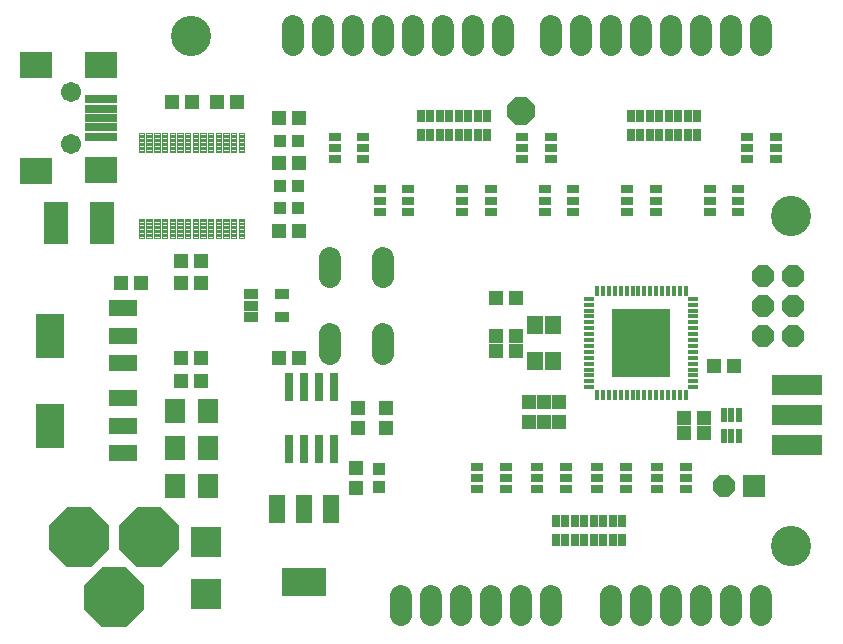
<source format=gts>
G75*
G70*
%OFA0B0*%
%FSLAX24Y24*%
%IPPOS*%
%LPD*%
%AMOC8*
5,1,8,0,0,1.08239X$1,22.5*
%
%ADD10C,0.1340*%
%ADD11OC8,0.0720*%
%ADD12R,0.0513X0.0474*%
%ADD13C,0.0720*%
%ADD14R,0.0710X0.0789*%
%ADD15R,0.0474X0.0513*%
%ADD16R,0.0395X0.0395*%
%ADD17R,0.1025X0.1025*%
%ADD18OC8,0.1980*%
%ADD19C,0.0046*%
%ADD20R,0.0828X0.1419*%
%ADD21R,0.0960X0.0560*%
%ADD22R,0.0946X0.1497*%
%ADD23R,0.0316X0.0946*%
%ADD24R,0.0960X0.0560*%
%ADD25R,0.0560X0.0960*%
%ADD26R,0.1497X0.0946*%
%ADD27R,0.0178X0.0356*%
%ADD28R,0.0356X0.0178*%
%ADD29R,0.1950X0.2304*%
%ADD30R,0.0218X0.0474*%
%ADD31R,0.1680X0.0680*%
%ADD32R,0.0277X0.0434*%
%ADD33R,0.0720X0.0720*%
%ADD34R,0.0533X0.0631*%
%ADD35R,0.1064X0.0867*%
%ADD36R,0.1064X0.0277*%
%ADD37C,0.0674*%
%ADD38R,0.0395X0.0297*%
%ADD39R,0.0470X0.0352*%
%ADD40OC8,0.0930*%
D10*
X006847Y021371D03*
X026847Y015371D03*
X026847Y004371D03*
D11*
X024597Y006371D03*
X025902Y011351D03*
X026902Y011351D03*
X026902Y012351D03*
X025902Y012351D03*
X025902Y013351D03*
X026902Y013351D03*
D12*
X024931Y010371D03*
X024262Y010371D03*
X023931Y008621D03*
X023931Y008121D03*
X023262Y008121D03*
X023262Y008621D03*
X017681Y010871D03*
X017681Y011371D03*
X017012Y011371D03*
X017012Y010871D03*
X017012Y012621D03*
X017681Y012621D03*
X013347Y008955D03*
X013347Y008286D03*
X012347Y006955D03*
X012347Y006286D03*
X010431Y010621D03*
X009762Y010621D03*
X007181Y013121D03*
X006512Y013121D03*
X005181Y013121D03*
X004512Y013121D03*
X006212Y019171D03*
X006881Y019171D03*
X007712Y019171D03*
X008381Y019171D03*
D13*
X010247Y021051D02*
X010247Y021691D01*
X011247Y021691D02*
X011247Y021051D01*
X012247Y021051D02*
X012247Y021691D01*
X013247Y021691D02*
X013247Y021051D01*
X014247Y021051D02*
X014247Y021691D01*
X015247Y021691D02*
X015247Y021051D01*
X016247Y021051D02*
X016247Y021691D01*
X017247Y021691D02*
X017247Y021051D01*
X018847Y021051D02*
X018847Y021691D01*
X019847Y021691D02*
X019847Y021051D01*
X020847Y021051D02*
X020847Y021691D01*
X021847Y021691D02*
X021847Y021051D01*
X022847Y021051D02*
X022847Y021691D01*
X023847Y021691D02*
X023847Y021051D01*
X024847Y021051D02*
X024847Y021691D01*
X025847Y021691D02*
X025847Y021051D01*
X013237Y013971D02*
X013237Y013331D01*
X011457Y013331D02*
X011457Y013971D01*
X011457Y011411D02*
X011457Y010771D01*
X013237Y010771D02*
X013237Y011411D01*
X013847Y002691D02*
X013847Y002051D01*
X014847Y002051D02*
X014847Y002691D01*
X015847Y002691D02*
X015847Y002051D01*
X016847Y002051D02*
X016847Y002691D01*
X017847Y002691D02*
X017847Y002051D01*
X018847Y002051D02*
X018847Y002691D01*
X020847Y002691D02*
X020847Y002051D01*
X021847Y002051D02*
X021847Y002691D01*
X022847Y002691D02*
X022847Y002051D01*
X023847Y002051D02*
X023847Y002691D01*
X024847Y002691D02*
X024847Y002051D01*
X025847Y002051D02*
X025847Y002691D01*
D14*
X007398Y006371D03*
X006295Y006371D03*
X006295Y007621D03*
X007398Y007621D03*
X007398Y008871D03*
X006295Y008871D03*
D15*
X006512Y009871D03*
X007181Y009871D03*
X007181Y010621D03*
X006512Y010621D03*
X006512Y013871D03*
X007181Y013871D03*
X009762Y014871D03*
X010431Y014871D03*
X010431Y017121D03*
X009762Y017121D03*
X009762Y018621D03*
X010431Y018621D03*
X018097Y009155D03*
X018597Y009155D03*
X019097Y009155D03*
X019097Y008486D03*
X018597Y008486D03*
X018097Y008486D03*
X012397Y008286D03*
X012397Y008955D03*
D16*
X013097Y006916D03*
X013097Y006325D03*
X010392Y015621D03*
X009801Y015621D03*
X009801Y016371D03*
X010392Y016371D03*
X010392Y017871D03*
X009801Y017871D03*
D17*
X007347Y004487D03*
X007347Y002755D03*
D18*
X004267Y002671D03*
X005447Y004641D03*
X003087Y004641D03*
D19*
X005091Y014632D02*
X005275Y014632D01*
X005091Y014632D02*
X005091Y015256D01*
X005275Y015256D01*
X005275Y014632D01*
X005275Y014677D02*
X005091Y014677D01*
X005091Y014722D02*
X005275Y014722D01*
X005275Y014767D02*
X005091Y014767D01*
X005091Y014812D02*
X005275Y014812D01*
X005275Y014857D02*
X005091Y014857D01*
X005091Y014902D02*
X005275Y014902D01*
X005275Y014947D02*
X005091Y014947D01*
X005091Y014992D02*
X005275Y014992D01*
X005275Y015037D02*
X005091Y015037D01*
X005091Y015082D02*
X005275Y015082D01*
X005275Y015127D02*
X005091Y015127D01*
X005091Y015172D02*
X005275Y015172D01*
X005275Y015217D02*
X005091Y015217D01*
X005347Y014632D02*
X005531Y014632D01*
X005347Y014632D02*
X005347Y015256D01*
X005531Y015256D01*
X005531Y014632D01*
X005531Y014677D02*
X005347Y014677D01*
X005347Y014722D02*
X005531Y014722D01*
X005531Y014767D02*
X005347Y014767D01*
X005347Y014812D02*
X005531Y014812D01*
X005531Y014857D02*
X005347Y014857D01*
X005347Y014902D02*
X005531Y014902D01*
X005531Y014947D02*
X005347Y014947D01*
X005347Y014992D02*
X005531Y014992D01*
X005531Y015037D02*
X005347Y015037D01*
X005347Y015082D02*
X005531Y015082D01*
X005531Y015127D02*
X005347Y015127D01*
X005347Y015172D02*
X005531Y015172D01*
X005531Y015217D02*
X005347Y015217D01*
X005603Y014632D02*
X005787Y014632D01*
X005603Y014632D02*
X005603Y015256D01*
X005787Y015256D01*
X005787Y014632D01*
X005787Y014677D02*
X005603Y014677D01*
X005603Y014722D02*
X005787Y014722D01*
X005787Y014767D02*
X005603Y014767D01*
X005603Y014812D02*
X005787Y014812D01*
X005787Y014857D02*
X005603Y014857D01*
X005603Y014902D02*
X005787Y014902D01*
X005787Y014947D02*
X005603Y014947D01*
X005603Y014992D02*
X005787Y014992D01*
X005787Y015037D02*
X005603Y015037D01*
X005603Y015082D02*
X005787Y015082D01*
X005787Y015127D02*
X005603Y015127D01*
X005603Y015172D02*
X005787Y015172D01*
X005787Y015217D02*
X005603Y015217D01*
X005859Y014632D02*
X006043Y014632D01*
X005859Y014632D02*
X005859Y015256D01*
X006043Y015256D01*
X006043Y014632D01*
X006043Y014677D02*
X005859Y014677D01*
X005859Y014722D02*
X006043Y014722D01*
X006043Y014767D02*
X005859Y014767D01*
X005859Y014812D02*
X006043Y014812D01*
X006043Y014857D02*
X005859Y014857D01*
X005859Y014902D02*
X006043Y014902D01*
X006043Y014947D02*
X005859Y014947D01*
X005859Y014992D02*
X006043Y014992D01*
X006043Y015037D02*
X005859Y015037D01*
X005859Y015082D02*
X006043Y015082D01*
X006043Y015127D02*
X005859Y015127D01*
X005859Y015172D02*
X006043Y015172D01*
X006043Y015217D02*
X005859Y015217D01*
X006115Y014632D02*
X006299Y014632D01*
X006115Y014632D02*
X006115Y015256D01*
X006299Y015256D01*
X006299Y014632D01*
X006299Y014677D02*
X006115Y014677D01*
X006115Y014722D02*
X006299Y014722D01*
X006299Y014767D02*
X006115Y014767D01*
X006115Y014812D02*
X006299Y014812D01*
X006299Y014857D02*
X006115Y014857D01*
X006115Y014902D02*
X006299Y014902D01*
X006299Y014947D02*
X006115Y014947D01*
X006115Y014992D02*
X006299Y014992D01*
X006299Y015037D02*
X006115Y015037D01*
X006115Y015082D02*
X006299Y015082D01*
X006299Y015127D02*
X006115Y015127D01*
X006115Y015172D02*
X006299Y015172D01*
X006299Y015217D02*
X006115Y015217D01*
X006371Y014632D02*
X006555Y014632D01*
X006371Y014632D02*
X006371Y015256D01*
X006555Y015256D01*
X006555Y014632D01*
X006555Y014677D02*
X006371Y014677D01*
X006371Y014722D02*
X006555Y014722D01*
X006555Y014767D02*
X006371Y014767D01*
X006371Y014812D02*
X006555Y014812D01*
X006555Y014857D02*
X006371Y014857D01*
X006371Y014902D02*
X006555Y014902D01*
X006555Y014947D02*
X006371Y014947D01*
X006371Y014992D02*
X006555Y014992D01*
X006555Y015037D02*
X006371Y015037D01*
X006371Y015082D02*
X006555Y015082D01*
X006555Y015127D02*
X006371Y015127D01*
X006371Y015172D02*
X006555Y015172D01*
X006555Y015217D02*
X006371Y015217D01*
X006627Y014632D02*
X006811Y014632D01*
X006627Y014632D02*
X006627Y015256D01*
X006811Y015256D01*
X006811Y014632D01*
X006811Y014677D02*
X006627Y014677D01*
X006627Y014722D02*
X006811Y014722D01*
X006811Y014767D02*
X006627Y014767D01*
X006627Y014812D02*
X006811Y014812D01*
X006811Y014857D02*
X006627Y014857D01*
X006627Y014902D02*
X006811Y014902D01*
X006811Y014947D02*
X006627Y014947D01*
X006627Y014992D02*
X006811Y014992D01*
X006811Y015037D02*
X006627Y015037D01*
X006627Y015082D02*
X006811Y015082D01*
X006811Y015127D02*
X006627Y015127D01*
X006627Y015172D02*
X006811Y015172D01*
X006811Y015217D02*
X006627Y015217D01*
X006883Y014632D02*
X007067Y014632D01*
X006883Y014632D02*
X006883Y015256D01*
X007067Y015256D01*
X007067Y014632D01*
X007067Y014677D02*
X006883Y014677D01*
X006883Y014722D02*
X007067Y014722D01*
X007067Y014767D02*
X006883Y014767D01*
X006883Y014812D02*
X007067Y014812D01*
X007067Y014857D02*
X006883Y014857D01*
X006883Y014902D02*
X007067Y014902D01*
X007067Y014947D02*
X006883Y014947D01*
X006883Y014992D02*
X007067Y014992D01*
X007067Y015037D02*
X006883Y015037D01*
X006883Y015082D02*
X007067Y015082D01*
X007067Y015127D02*
X006883Y015127D01*
X006883Y015172D02*
X007067Y015172D01*
X007067Y015217D02*
X006883Y015217D01*
X007138Y014632D02*
X007322Y014632D01*
X007138Y014632D02*
X007138Y015256D01*
X007322Y015256D01*
X007322Y014632D01*
X007322Y014677D02*
X007138Y014677D01*
X007138Y014722D02*
X007322Y014722D01*
X007322Y014767D02*
X007138Y014767D01*
X007138Y014812D02*
X007322Y014812D01*
X007322Y014857D02*
X007138Y014857D01*
X007138Y014902D02*
X007322Y014902D01*
X007322Y014947D02*
X007138Y014947D01*
X007138Y014992D02*
X007322Y014992D01*
X007322Y015037D02*
X007138Y015037D01*
X007138Y015082D02*
X007322Y015082D01*
X007322Y015127D02*
X007138Y015127D01*
X007138Y015172D02*
X007322Y015172D01*
X007322Y015217D02*
X007138Y015217D01*
X007394Y014632D02*
X007578Y014632D01*
X007394Y014632D02*
X007394Y015256D01*
X007578Y015256D01*
X007578Y014632D01*
X007578Y014677D02*
X007394Y014677D01*
X007394Y014722D02*
X007578Y014722D01*
X007578Y014767D02*
X007394Y014767D01*
X007394Y014812D02*
X007578Y014812D01*
X007578Y014857D02*
X007394Y014857D01*
X007394Y014902D02*
X007578Y014902D01*
X007578Y014947D02*
X007394Y014947D01*
X007394Y014992D02*
X007578Y014992D01*
X007578Y015037D02*
X007394Y015037D01*
X007394Y015082D02*
X007578Y015082D01*
X007578Y015127D02*
X007394Y015127D01*
X007394Y015172D02*
X007578Y015172D01*
X007578Y015217D02*
X007394Y015217D01*
X007650Y014632D02*
X007834Y014632D01*
X007650Y014632D02*
X007650Y015256D01*
X007834Y015256D01*
X007834Y014632D01*
X007834Y014677D02*
X007650Y014677D01*
X007650Y014722D02*
X007834Y014722D01*
X007834Y014767D02*
X007650Y014767D01*
X007650Y014812D02*
X007834Y014812D01*
X007834Y014857D02*
X007650Y014857D01*
X007650Y014902D02*
X007834Y014902D01*
X007834Y014947D02*
X007650Y014947D01*
X007650Y014992D02*
X007834Y014992D01*
X007834Y015037D02*
X007650Y015037D01*
X007650Y015082D02*
X007834Y015082D01*
X007834Y015127D02*
X007650Y015127D01*
X007650Y015172D02*
X007834Y015172D01*
X007834Y015217D02*
X007650Y015217D01*
X007906Y014632D02*
X008090Y014632D01*
X007906Y014632D02*
X007906Y015256D01*
X008090Y015256D01*
X008090Y014632D01*
X008090Y014677D02*
X007906Y014677D01*
X007906Y014722D02*
X008090Y014722D01*
X008090Y014767D02*
X007906Y014767D01*
X007906Y014812D02*
X008090Y014812D01*
X008090Y014857D02*
X007906Y014857D01*
X007906Y014902D02*
X008090Y014902D01*
X008090Y014947D02*
X007906Y014947D01*
X007906Y014992D02*
X008090Y014992D01*
X008090Y015037D02*
X007906Y015037D01*
X007906Y015082D02*
X008090Y015082D01*
X008090Y015127D02*
X007906Y015127D01*
X007906Y015172D02*
X008090Y015172D01*
X008090Y015217D02*
X007906Y015217D01*
X008162Y014632D02*
X008346Y014632D01*
X008162Y014632D02*
X008162Y015256D01*
X008346Y015256D01*
X008346Y014632D01*
X008346Y014677D02*
X008162Y014677D01*
X008162Y014722D02*
X008346Y014722D01*
X008346Y014767D02*
X008162Y014767D01*
X008162Y014812D02*
X008346Y014812D01*
X008346Y014857D02*
X008162Y014857D01*
X008162Y014902D02*
X008346Y014902D01*
X008346Y014947D02*
X008162Y014947D01*
X008162Y014992D02*
X008346Y014992D01*
X008346Y015037D02*
X008162Y015037D01*
X008162Y015082D02*
X008346Y015082D01*
X008346Y015127D02*
X008162Y015127D01*
X008162Y015172D02*
X008346Y015172D01*
X008346Y015217D02*
X008162Y015217D01*
X008418Y014632D02*
X008602Y014632D01*
X008418Y014632D02*
X008418Y015256D01*
X008602Y015256D01*
X008602Y014632D01*
X008602Y014677D02*
X008418Y014677D01*
X008418Y014722D02*
X008602Y014722D01*
X008602Y014767D02*
X008418Y014767D01*
X008418Y014812D02*
X008602Y014812D01*
X008602Y014857D02*
X008418Y014857D01*
X008418Y014902D02*
X008602Y014902D01*
X008602Y014947D02*
X008418Y014947D01*
X008418Y014992D02*
X008602Y014992D01*
X008602Y015037D02*
X008418Y015037D01*
X008418Y015082D02*
X008602Y015082D01*
X008602Y015127D02*
X008418Y015127D01*
X008418Y015172D02*
X008602Y015172D01*
X008602Y015217D02*
X008418Y015217D01*
X008418Y017486D02*
X008602Y017486D01*
X008418Y017486D02*
X008418Y018110D01*
X008602Y018110D01*
X008602Y017486D01*
X008602Y017531D02*
X008418Y017531D01*
X008418Y017576D02*
X008602Y017576D01*
X008602Y017621D02*
X008418Y017621D01*
X008418Y017666D02*
X008602Y017666D01*
X008602Y017711D02*
X008418Y017711D01*
X008418Y017756D02*
X008602Y017756D01*
X008602Y017801D02*
X008418Y017801D01*
X008418Y017846D02*
X008602Y017846D01*
X008602Y017891D02*
X008418Y017891D01*
X008418Y017936D02*
X008602Y017936D01*
X008602Y017981D02*
X008418Y017981D01*
X008418Y018026D02*
X008602Y018026D01*
X008602Y018071D02*
X008418Y018071D01*
X008346Y017486D02*
X008162Y017486D01*
X008162Y018110D01*
X008346Y018110D01*
X008346Y017486D01*
X008346Y017531D02*
X008162Y017531D01*
X008162Y017576D02*
X008346Y017576D01*
X008346Y017621D02*
X008162Y017621D01*
X008162Y017666D02*
X008346Y017666D01*
X008346Y017711D02*
X008162Y017711D01*
X008162Y017756D02*
X008346Y017756D01*
X008346Y017801D02*
X008162Y017801D01*
X008162Y017846D02*
X008346Y017846D01*
X008346Y017891D02*
X008162Y017891D01*
X008162Y017936D02*
X008346Y017936D01*
X008346Y017981D02*
X008162Y017981D01*
X008162Y018026D02*
X008346Y018026D01*
X008346Y018071D02*
X008162Y018071D01*
X008090Y017486D02*
X007906Y017486D01*
X007906Y018110D01*
X008090Y018110D01*
X008090Y017486D01*
X008090Y017531D02*
X007906Y017531D01*
X007906Y017576D02*
X008090Y017576D01*
X008090Y017621D02*
X007906Y017621D01*
X007906Y017666D02*
X008090Y017666D01*
X008090Y017711D02*
X007906Y017711D01*
X007906Y017756D02*
X008090Y017756D01*
X008090Y017801D02*
X007906Y017801D01*
X007906Y017846D02*
X008090Y017846D01*
X008090Y017891D02*
X007906Y017891D01*
X007906Y017936D02*
X008090Y017936D01*
X008090Y017981D02*
X007906Y017981D01*
X007906Y018026D02*
X008090Y018026D01*
X008090Y018071D02*
X007906Y018071D01*
X007834Y017486D02*
X007650Y017486D01*
X007650Y018110D01*
X007834Y018110D01*
X007834Y017486D01*
X007834Y017531D02*
X007650Y017531D01*
X007650Y017576D02*
X007834Y017576D01*
X007834Y017621D02*
X007650Y017621D01*
X007650Y017666D02*
X007834Y017666D01*
X007834Y017711D02*
X007650Y017711D01*
X007650Y017756D02*
X007834Y017756D01*
X007834Y017801D02*
X007650Y017801D01*
X007650Y017846D02*
X007834Y017846D01*
X007834Y017891D02*
X007650Y017891D01*
X007650Y017936D02*
X007834Y017936D01*
X007834Y017981D02*
X007650Y017981D01*
X007650Y018026D02*
X007834Y018026D01*
X007834Y018071D02*
X007650Y018071D01*
X007578Y017486D02*
X007394Y017486D01*
X007394Y018110D01*
X007578Y018110D01*
X007578Y017486D01*
X007578Y017531D02*
X007394Y017531D01*
X007394Y017576D02*
X007578Y017576D01*
X007578Y017621D02*
X007394Y017621D01*
X007394Y017666D02*
X007578Y017666D01*
X007578Y017711D02*
X007394Y017711D01*
X007394Y017756D02*
X007578Y017756D01*
X007578Y017801D02*
X007394Y017801D01*
X007394Y017846D02*
X007578Y017846D01*
X007578Y017891D02*
X007394Y017891D01*
X007394Y017936D02*
X007578Y017936D01*
X007578Y017981D02*
X007394Y017981D01*
X007394Y018026D02*
X007578Y018026D01*
X007578Y018071D02*
X007394Y018071D01*
X007322Y017486D02*
X007138Y017486D01*
X007138Y018110D01*
X007322Y018110D01*
X007322Y017486D01*
X007322Y017531D02*
X007138Y017531D01*
X007138Y017576D02*
X007322Y017576D01*
X007322Y017621D02*
X007138Y017621D01*
X007138Y017666D02*
X007322Y017666D01*
X007322Y017711D02*
X007138Y017711D01*
X007138Y017756D02*
X007322Y017756D01*
X007322Y017801D02*
X007138Y017801D01*
X007138Y017846D02*
X007322Y017846D01*
X007322Y017891D02*
X007138Y017891D01*
X007138Y017936D02*
X007322Y017936D01*
X007322Y017981D02*
X007138Y017981D01*
X007138Y018026D02*
X007322Y018026D01*
X007322Y018071D02*
X007138Y018071D01*
X007067Y017486D02*
X006883Y017486D01*
X006883Y018110D01*
X007067Y018110D01*
X007067Y017486D01*
X007067Y017531D02*
X006883Y017531D01*
X006883Y017576D02*
X007067Y017576D01*
X007067Y017621D02*
X006883Y017621D01*
X006883Y017666D02*
X007067Y017666D01*
X007067Y017711D02*
X006883Y017711D01*
X006883Y017756D02*
X007067Y017756D01*
X007067Y017801D02*
X006883Y017801D01*
X006883Y017846D02*
X007067Y017846D01*
X007067Y017891D02*
X006883Y017891D01*
X006883Y017936D02*
X007067Y017936D01*
X007067Y017981D02*
X006883Y017981D01*
X006883Y018026D02*
X007067Y018026D01*
X007067Y018071D02*
X006883Y018071D01*
X006811Y017486D02*
X006627Y017486D01*
X006627Y018110D01*
X006811Y018110D01*
X006811Y017486D01*
X006811Y017531D02*
X006627Y017531D01*
X006627Y017576D02*
X006811Y017576D01*
X006811Y017621D02*
X006627Y017621D01*
X006627Y017666D02*
X006811Y017666D01*
X006811Y017711D02*
X006627Y017711D01*
X006627Y017756D02*
X006811Y017756D01*
X006811Y017801D02*
X006627Y017801D01*
X006627Y017846D02*
X006811Y017846D01*
X006811Y017891D02*
X006627Y017891D01*
X006627Y017936D02*
X006811Y017936D01*
X006811Y017981D02*
X006627Y017981D01*
X006627Y018026D02*
X006811Y018026D01*
X006811Y018071D02*
X006627Y018071D01*
X006555Y017486D02*
X006371Y017486D01*
X006371Y018110D01*
X006555Y018110D01*
X006555Y017486D01*
X006555Y017531D02*
X006371Y017531D01*
X006371Y017576D02*
X006555Y017576D01*
X006555Y017621D02*
X006371Y017621D01*
X006371Y017666D02*
X006555Y017666D01*
X006555Y017711D02*
X006371Y017711D01*
X006371Y017756D02*
X006555Y017756D01*
X006555Y017801D02*
X006371Y017801D01*
X006371Y017846D02*
X006555Y017846D01*
X006555Y017891D02*
X006371Y017891D01*
X006371Y017936D02*
X006555Y017936D01*
X006555Y017981D02*
X006371Y017981D01*
X006371Y018026D02*
X006555Y018026D01*
X006555Y018071D02*
X006371Y018071D01*
X006299Y017486D02*
X006115Y017486D01*
X006115Y018110D01*
X006299Y018110D01*
X006299Y017486D01*
X006299Y017531D02*
X006115Y017531D01*
X006115Y017576D02*
X006299Y017576D01*
X006299Y017621D02*
X006115Y017621D01*
X006115Y017666D02*
X006299Y017666D01*
X006299Y017711D02*
X006115Y017711D01*
X006115Y017756D02*
X006299Y017756D01*
X006299Y017801D02*
X006115Y017801D01*
X006115Y017846D02*
X006299Y017846D01*
X006299Y017891D02*
X006115Y017891D01*
X006115Y017936D02*
X006299Y017936D01*
X006299Y017981D02*
X006115Y017981D01*
X006115Y018026D02*
X006299Y018026D01*
X006299Y018071D02*
X006115Y018071D01*
X006043Y017486D02*
X005859Y017486D01*
X005859Y018110D01*
X006043Y018110D01*
X006043Y017486D01*
X006043Y017531D02*
X005859Y017531D01*
X005859Y017576D02*
X006043Y017576D01*
X006043Y017621D02*
X005859Y017621D01*
X005859Y017666D02*
X006043Y017666D01*
X006043Y017711D02*
X005859Y017711D01*
X005859Y017756D02*
X006043Y017756D01*
X006043Y017801D02*
X005859Y017801D01*
X005859Y017846D02*
X006043Y017846D01*
X006043Y017891D02*
X005859Y017891D01*
X005859Y017936D02*
X006043Y017936D01*
X006043Y017981D02*
X005859Y017981D01*
X005859Y018026D02*
X006043Y018026D01*
X006043Y018071D02*
X005859Y018071D01*
X005787Y017486D02*
X005603Y017486D01*
X005603Y018110D01*
X005787Y018110D01*
X005787Y017486D01*
X005787Y017531D02*
X005603Y017531D01*
X005603Y017576D02*
X005787Y017576D01*
X005787Y017621D02*
X005603Y017621D01*
X005603Y017666D02*
X005787Y017666D01*
X005787Y017711D02*
X005603Y017711D01*
X005603Y017756D02*
X005787Y017756D01*
X005787Y017801D02*
X005603Y017801D01*
X005603Y017846D02*
X005787Y017846D01*
X005787Y017891D02*
X005603Y017891D01*
X005603Y017936D02*
X005787Y017936D01*
X005787Y017981D02*
X005603Y017981D01*
X005603Y018026D02*
X005787Y018026D01*
X005787Y018071D02*
X005603Y018071D01*
X005531Y017486D02*
X005347Y017486D01*
X005347Y018110D01*
X005531Y018110D01*
X005531Y017486D01*
X005531Y017531D02*
X005347Y017531D01*
X005347Y017576D02*
X005531Y017576D01*
X005531Y017621D02*
X005347Y017621D01*
X005347Y017666D02*
X005531Y017666D01*
X005531Y017711D02*
X005347Y017711D01*
X005347Y017756D02*
X005531Y017756D01*
X005531Y017801D02*
X005347Y017801D01*
X005347Y017846D02*
X005531Y017846D01*
X005531Y017891D02*
X005347Y017891D01*
X005347Y017936D02*
X005531Y017936D01*
X005531Y017981D02*
X005347Y017981D01*
X005347Y018026D02*
X005531Y018026D01*
X005531Y018071D02*
X005347Y018071D01*
X005275Y017486D02*
X005091Y017486D01*
X005091Y018110D01*
X005275Y018110D01*
X005275Y017486D01*
X005275Y017531D02*
X005091Y017531D01*
X005091Y017576D02*
X005275Y017576D01*
X005275Y017621D02*
X005091Y017621D01*
X005091Y017666D02*
X005275Y017666D01*
X005275Y017711D02*
X005091Y017711D01*
X005091Y017756D02*
X005275Y017756D01*
X005275Y017801D02*
X005091Y017801D01*
X005091Y017846D02*
X005275Y017846D01*
X005275Y017891D02*
X005091Y017891D01*
X005091Y017936D02*
X005275Y017936D01*
X005275Y017981D02*
X005091Y017981D01*
X005091Y018026D02*
X005275Y018026D01*
X005275Y018071D02*
X005091Y018071D01*
D20*
X003864Y015121D03*
X002329Y015121D03*
D21*
X004567Y012281D03*
X004567Y011371D03*
X004567Y010461D03*
D22*
X002127Y011371D03*
X002127Y008371D03*
D23*
X010097Y007597D03*
X010597Y007597D03*
X011097Y007597D03*
X011597Y007597D03*
X011597Y009644D03*
X011097Y009644D03*
X010597Y009644D03*
X010097Y009644D03*
D24*
X004567Y009281D03*
X004567Y008371D03*
X004567Y007461D03*
D25*
X009687Y005591D03*
X010597Y005591D03*
X011506Y005591D03*
D26*
X010597Y003151D03*
D27*
X020370Y009388D03*
X020567Y009388D03*
X020764Y009388D03*
X020961Y009388D03*
X021158Y009388D03*
X021354Y009388D03*
X021551Y009388D03*
X021748Y009388D03*
X021945Y009388D03*
X022142Y009388D03*
X022339Y009388D03*
X022536Y009388D03*
X022732Y009388D03*
X022929Y009388D03*
X023126Y009388D03*
X023323Y009388D03*
X023323Y012853D03*
X023126Y012853D03*
X022929Y012853D03*
X022732Y012853D03*
X022536Y012853D03*
X022339Y012853D03*
X022142Y012853D03*
X021945Y012853D03*
X021748Y012853D03*
X021551Y012853D03*
X021354Y012853D03*
X021158Y012853D03*
X020961Y012853D03*
X020764Y012853D03*
X020567Y012853D03*
X020370Y012853D03*
D28*
X020114Y012597D03*
X020114Y012400D03*
X020114Y012203D03*
X020114Y012007D03*
X020114Y011810D03*
X020114Y011613D03*
X020114Y011416D03*
X020114Y011219D03*
X020114Y011022D03*
X020114Y010825D03*
X020114Y010629D03*
X020114Y010432D03*
X020114Y010235D03*
X020114Y010038D03*
X020114Y009841D03*
X020114Y009644D03*
X023579Y009644D03*
X023579Y009841D03*
X023579Y010038D03*
X023579Y010235D03*
X023579Y010432D03*
X023579Y010629D03*
X023579Y010825D03*
X023579Y011022D03*
X023579Y011219D03*
X023579Y011416D03*
X023579Y011613D03*
X023579Y011810D03*
X023579Y012007D03*
X023579Y012203D03*
X023579Y012400D03*
X023579Y012597D03*
D29*
X021847Y011121D03*
D30*
X024591Y008725D03*
X024847Y008725D03*
X025103Y008725D03*
X025103Y008016D03*
X024847Y008016D03*
X024591Y008016D03*
D31*
X027047Y007721D03*
X027047Y008721D03*
X027047Y009721D03*
D32*
X021199Y005186D03*
X020884Y005186D03*
X020569Y005186D03*
X020254Y005186D03*
X019939Y005186D03*
X019624Y005186D03*
X019309Y005186D03*
X018994Y005186D03*
X018994Y004556D03*
X019309Y004556D03*
X019624Y004556D03*
X019939Y004556D03*
X020254Y004556D03*
X020569Y004556D03*
X020884Y004556D03*
X021199Y004556D03*
X021494Y018056D03*
X021809Y018056D03*
X022124Y018056D03*
X022439Y018056D03*
X022754Y018056D03*
X023069Y018056D03*
X023384Y018056D03*
X023699Y018056D03*
X023699Y018686D03*
X023384Y018686D03*
X023069Y018686D03*
X022754Y018686D03*
X022439Y018686D03*
X022124Y018686D03*
X021809Y018686D03*
X021494Y018686D03*
X016699Y018686D03*
X016384Y018686D03*
X016069Y018686D03*
X015754Y018686D03*
X015439Y018686D03*
X015124Y018686D03*
X014809Y018686D03*
X014494Y018686D03*
X014494Y018056D03*
X014809Y018056D03*
X015124Y018056D03*
X015439Y018056D03*
X015754Y018056D03*
X016069Y018056D03*
X016384Y018056D03*
X016699Y018056D03*
D33*
X025597Y006371D03*
D34*
X018912Y010530D03*
X018282Y010530D03*
X018282Y011711D03*
X018912Y011711D03*
D35*
X003831Y016888D03*
X001666Y016849D03*
X001666Y020392D03*
X003831Y020392D03*
D36*
X003831Y019251D03*
X003831Y018936D03*
X003831Y018621D03*
X003831Y018306D03*
X003831Y017991D03*
D37*
X002847Y017755D03*
X002847Y019487D03*
D38*
X011624Y017995D03*
X011624Y017621D03*
X011624Y017247D03*
X012569Y017247D03*
X012569Y017621D03*
X012569Y017995D03*
X013124Y016245D03*
X013124Y015871D03*
X013124Y015497D03*
X014069Y015497D03*
X014069Y015871D03*
X014069Y016245D03*
X015874Y016245D03*
X015874Y015871D03*
X015874Y015497D03*
X016819Y015497D03*
X016819Y015871D03*
X016819Y016245D03*
X017874Y017247D03*
X017874Y017621D03*
X017874Y017995D03*
X018819Y017995D03*
X018819Y017621D03*
X018819Y017247D03*
X018624Y016245D03*
X018624Y015871D03*
X018624Y015497D03*
X019569Y015497D03*
X019569Y015871D03*
X019569Y016245D03*
X021374Y016245D03*
X021374Y015871D03*
X021374Y015497D03*
X022319Y015497D03*
X022319Y015871D03*
X022319Y016245D03*
X024124Y016245D03*
X024124Y015871D03*
X024124Y015497D03*
X025069Y015497D03*
X025069Y015871D03*
X025069Y016245D03*
X025374Y017247D03*
X025374Y017621D03*
X025374Y017995D03*
X026319Y017995D03*
X026319Y017621D03*
X026319Y017247D03*
X023319Y006995D03*
X023319Y006621D03*
X023319Y006247D03*
X022374Y006247D03*
X022374Y006621D03*
X022374Y006995D03*
X021319Y006995D03*
X021319Y006621D03*
X021319Y006247D03*
X020374Y006247D03*
X020374Y006621D03*
X020374Y006995D03*
X019319Y006995D03*
X019319Y006621D03*
X019319Y006247D03*
X018374Y006247D03*
X018374Y006621D03*
X018374Y006995D03*
X017319Y006995D03*
X017319Y006621D03*
X017319Y006247D03*
X016374Y006247D03*
X016374Y006621D03*
X016374Y006995D03*
D39*
X009858Y011997D03*
X009858Y012745D03*
X008839Y012745D03*
X008839Y012371D03*
X008839Y011997D03*
D40*
X017847Y018871D03*
M02*

</source>
